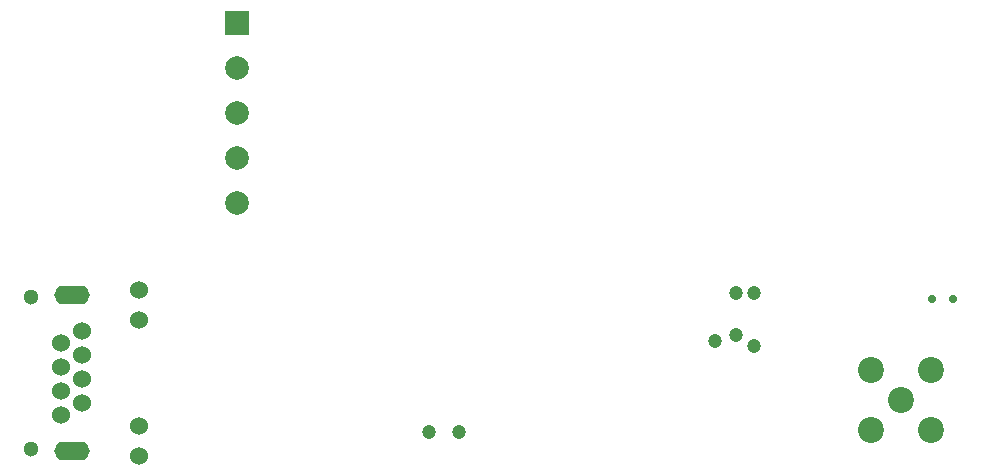
<source format=gbr>
%TF.GenerationSoftware,KiCad,Pcbnew,6.0.0*%
%TF.CreationDate,2022-01-14T21:47:46+01:00*%
%TF.ProjectId,cowmotics-aquarea,636f776d-6f74-4696-9373-2d6171756172,1*%
%TF.SameCoordinates,Original*%
%TF.FileFunction,Soldermask,Bot*%
%TF.FilePolarity,Negative*%
%FSLAX46Y46*%
G04 Gerber Fmt 4.6, Leading zero omitted, Abs format (unit mm)*
G04 Created by KiCad (PCBNEW 6.0.0) date 2022-01-14 21:47:46*
%MOMM*%
%LPD*%
G01*
G04 APERTURE LIST*
%ADD10R,2.000000X2.000000*%
%ADD11C,2.000000*%
%ADD12C,0.700000*%
%ADD13C,2.199640*%
%ADD14C,1.300000*%
%ADD15C,1.524000*%
%ADD16O,3.000000X1.600000*%
%ADD17C,1.198880*%
G04 APERTURE END LIST*
D10*
%TO.C,J2*%
X127250000Y-86630000D03*
D11*
X127250000Y-90440000D03*
X127250000Y-94250000D03*
X127250000Y-98060000D03*
X127250000Y-101870000D03*
%TD*%
D12*
%TO.C,SW1*%
X187900000Y-110000000D03*
X186100000Y-110000000D03*
%TD*%
D13*
%TO.C,A1*%
X180960000Y-115960000D03*
X186040000Y-121040000D03*
X180960000Y-121040000D03*
X186040000Y-115960000D03*
X183500000Y-118500000D03*
%TD*%
D14*
%TO.C,J1*%
X109820000Y-122650000D03*
X109820000Y-109850000D03*
D15*
X112360000Y-119820000D03*
X114140000Y-118800000D03*
X112360000Y-117780000D03*
X114140000Y-116760000D03*
X112360000Y-115740000D03*
X114140000Y-114720000D03*
X112360000Y-113700000D03*
X114140000Y-112680000D03*
X118960000Y-123250000D03*
X118960000Y-120710000D03*
X118960000Y-111790000D03*
X118960000Y-109250000D03*
D16*
X113250000Y-109660000D03*
X113250000Y-122840000D03*
%TD*%
D17*
%TO.C,TP8*%
X167700000Y-113500000D03*
%TD*%
%TO.C,TP9*%
X169500000Y-109500000D03*
%TD*%
%TO.C,TP5*%
X146040000Y-121250000D03*
%TD*%
%TO.C,TP12*%
X171000000Y-109500000D03*
%TD*%
%TO.C,TP10*%
X169500000Y-113000000D03*
%TD*%
%TO.C,TP11*%
X171000000Y-114000000D03*
%TD*%
%TO.C,TP6*%
X143500000Y-121250000D03*
%TD*%
M02*

</source>
